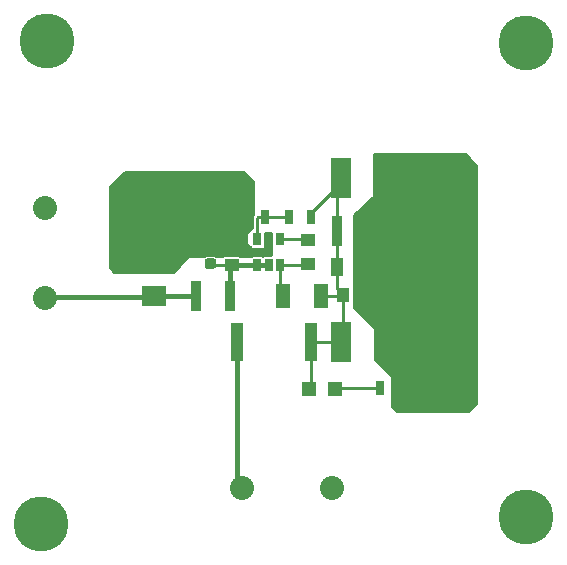
<source format=gbr>
G04 #@! TF.GenerationSoftware,KiCad,Pcbnew,5.0.2-bee76a0~70~ubuntu18.04.1*
G04 #@! TF.CreationDate,2019-02-11T23:41:55-05:00*
G04 #@! TF.ProjectId,New Buck Converter,4e657720-4275-4636-9b20-436f6e766572,rev?*
G04 #@! TF.SameCoordinates,Original*
G04 #@! TF.FileFunction,Copper,L1,Top*
G04 #@! TF.FilePolarity,Positive*
%FSLAX46Y46*%
G04 Gerber Fmt 4.6, Leading zero omitted, Abs format (unit mm)*
G04 Created by KiCad (PCBNEW 5.0.2-bee76a0~70~ubuntu18.04.1) date Mon 11 Feb 2019 11:41:55 PM EST*
%MOMM*%
%LPD*%
G01*
G04 APERTURE LIST*
G04 #@! TA.AperFunction,ComponentPad*
%ADD10C,2.032000*%
G04 #@! TD*
G04 #@! TA.AperFunction,SMDPad,CuDef*
%ADD11R,0.900000X2.500000*%
G04 #@! TD*
G04 #@! TA.AperFunction,SMDPad,CuDef*
%ADD12R,1.250000X1.000000*%
G04 #@! TD*
G04 #@! TA.AperFunction,Conductor*
%ADD13C,0.100000*%
G04 #@! TD*
G04 #@! TA.AperFunction,SMDPad,CuDef*
%ADD14C,0.875000*%
G04 #@! TD*
G04 #@! TA.AperFunction,SMDPad,CuDef*
%ADD15R,1.200000X2.000000*%
G04 #@! TD*
G04 #@! TA.AperFunction,SMDPad,CuDef*
%ADD16R,0.700000X1.300000*%
G04 #@! TD*
G04 #@! TA.AperFunction,SMDPad,CuDef*
%ADD17R,1.000000X3.200000*%
G04 #@! TD*
G04 #@! TA.AperFunction,SMDPad,CuDef*
%ADD18R,0.650000X1.060000*%
G04 #@! TD*
G04 #@! TA.AperFunction,SMDPad,CuDef*
%ADD19R,1.000000X1.600000*%
G04 #@! TD*
G04 #@! TA.AperFunction,SMDPad,CuDef*
%ADD20R,1.780000X3.500000*%
G04 #@! TD*
G04 #@! TA.AperFunction,SMDPad,CuDef*
%ADD21R,1.000000X1.250000*%
G04 #@! TD*
G04 #@! TA.AperFunction,SMDPad,CuDef*
%ADD22R,2.159000X1.778000*%
G04 #@! TD*
G04 #@! TA.AperFunction,SMDPad,CuDef*
%ADD23R,1.200000X1.200000*%
G04 #@! TD*
G04 #@! TA.AperFunction,ComponentPad*
%ADD24C,4.648200*%
G04 #@! TD*
G04 #@! TA.AperFunction,ViaPad*
%ADD25C,0.800000*%
G04 #@! TD*
G04 #@! TA.AperFunction,Conductor*
%ADD26C,0.254000*%
G04 #@! TD*
G04 #@! TA.AperFunction,Conductor*
%ADD27C,0.250000*%
G04 #@! TD*
G04 #@! TA.AperFunction,Conductor*
%ADD28C,0.381000*%
G04 #@! TD*
G04 #@! TA.AperFunction,Conductor*
%ADD29C,0.152400*%
G04 #@! TD*
G04 APERTURE END LIST*
D10*
G04 #@! TO.P,J1,2*
G04 #@! TO.N,/12V*
X107734100Y-105895140D03*
G04 #@! TO.P,J1,1*
G04 #@! TO.N,GND*
X107734100Y-98275140D03*
G04 #@! TD*
G04 #@! TO.P,J2,2*
G04 #@! TO.N,/5V*
X124409200Y-121909840D03*
G04 #@! TO.P,J2,1*
G04 #@! TO.N,GND*
X132029200Y-121909840D03*
G04 #@! TD*
D11*
G04 #@! TO.P,COUT4,1*
G04 #@! TO.N,Net-(COUT1-Pad1)*
X132458800Y-100203000D03*
G04 #@! TO.P,COUT4,2*
G04 #@! TO.N,GND*
X135358800Y-100203000D03*
G04 #@! TD*
D12*
G04 #@! TO.P,C1,2*
G04 #@! TO.N,Net-(C1-Pad2)*
X129971800Y-100981000D03*
G04 #@! TO.P,C1,1*
G04 #@! TO.N,Net-(C1-Pad1)*
X129971800Y-102981000D03*
G04 #@! TD*
G04 #@! TO.P,C2,1*
G04 #@! TO.N,Net-(C2-Pad1)*
X123558300Y-103060500D03*
G04 #@! TO.P,C2,2*
G04 #@! TO.N,GND*
X123558300Y-101060500D03*
G04 #@! TD*
D13*
G04 #@! TO.N,Net-(C2-Pad1)*
G04 #@! TO.C,C3*
G36*
X122030051Y-102502233D02*
X122051286Y-102505383D01*
X122072110Y-102510599D01*
X122092322Y-102517831D01*
X122111728Y-102527010D01*
X122130141Y-102538046D01*
X122147384Y-102550834D01*
X122163290Y-102565250D01*
X122177706Y-102581156D01*
X122190494Y-102598399D01*
X122201530Y-102616812D01*
X122210709Y-102636218D01*
X122217941Y-102656430D01*
X122223157Y-102677254D01*
X122226307Y-102698489D01*
X122227360Y-102719930D01*
X122227360Y-103157430D01*
X122226307Y-103178871D01*
X122223157Y-103200106D01*
X122217941Y-103220930D01*
X122210709Y-103241142D01*
X122201530Y-103260548D01*
X122190494Y-103278961D01*
X122177706Y-103296204D01*
X122163290Y-103312110D01*
X122147384Y-103326526D01*
X122130141Y-103339314D01*
X122111728Y-103350350D01*
X122092322Y-103359529D01*
X122072110Y-103366761D01*
X122051286Y-103371977D01*
X122030051Y-103375127D01*
X122008610Y-103376180D01*
X121496110Y-103376180D01*
X121474669Y-103375127D01*
X121453434Y-103371977D01*
X121432610Y-103366761D01*
X121412398Y-103359529D01*
X121392992Y-103350350D01*
X121374579Y-103339314D01*
X121357336Y-103326526D01*
X121341430Y-103312110D01*
X121327014Y-103296204D01*
X121314226Y-103278961D01*
X121303190Y-103260548D01*
X121294011Y-103241142D01*
X121286779Y-103220930D01*
X121281563Y-103200106D01*
X121278413Y-103178871D01*
X121277360Y-103157430D01*
X121277360Y-102719930D01*
X121278413Y-102698489D01*
X121281563Y-102677254D01*
X121286779Y-102656430D01*
X121294011Y-102636218D01*
X121303190Y-102616812D01*
X121314226Y-102598399D01*
X121327014Y-102581156D01*
X121341430Y-102565250D01*
X121357336Y-102550834D01*
X121374579Y-102538046D01*
X121392992Y-102527010D01*
X121412398Y-102517831D01*
X121432610Y-102510599D01*
X121453434Y-102505383D01*
X121474669Y-102502233D01*
X121496110Y-102501180D01*
X122008610Y-102501180D01*
X122030051Y-102502233D01*
X122030051Y-102502233D01*
G37*
D14*
G04 #@! TD*
G04 #@! TO.P,C3,1*
G04 #@! TO.N,Net-(C2-Pad1)*
X121752360Y-102938680D03*
D13*
G04 #@! TO.N,GND*
G04 #@! TO.C,C3*
G36*
X122030051Y-100927233D02*
X122051286Y-100930383D01*
X122072110Y-100935599D01*
X122092322Y-100942831D01*
X122111728Y-100952010D01*
X122130141Y-100963046D01*
X122147384Y-100975834D01*
X122163290Y-100990250D01*
X122177706Y-101006156D01*
X122190494Y-101023399D01*
X122201530Y-101041812D01*
X122210709Y-101061218D01*
X122217941Y-101081430D01*
X122223157Y-101102254D01*
X122226307Y-101123489D01*
X122227360Y-101144930D01*
X122227360Y-101582430D01*
X122226307Y-101603871D01*
X122223157Y-101625106D01*
X122217941Y-101645930D01*
X122210709Y-101666142D01*
X122201530Y-101685548D01*
X122190494Y-101703961D01*
X122177706Y-101721204D01*
X122163290Y-101737110D01*
X122147384Y-101751526D01*
X122130141Y-101764314D01*
X122111728Y-101775350D01*
X122092322Y-101784529D01*
X122072110Y-101791761D01*
X122051286Y-101796977D01*
X122030051Y-101800127D01*
X122008610Y-101801180D01*
X121496110Y-101801180D01*
X121474669Y-101800127D01*
X121453434Y-101796977D01*
X121432610Y-101791761D01*
X121412398Y-101784529D01*
X121392992Y-101775350D01*
X121374579Y-101764314D01*
X121357336Y-101751526D01*
X121341430Y-101737110D01*
X121327014Y-101721204D01*
X121314226Y-101703961D01*
X121303190Y-101685548D01*
X121294011Y-101666142D01*
X121286779Y-101645930D01*
X121281563Y-101625106D01*
X121278413Y-101603871D01*
X121277360Y-101582430D01*
X121277360Y-101144930D01*
X121278413Y-101123489D01*
X121281563Y-101102254D01*
X121286779Y-101081430D01*
X121294011Y-101061218D01*
X121303190Y-101041812D01*
X121314226Y-101023399D01*
X121327014Y-101006156D01*
X121341430Y-100990250D01*
X121357336Y-100975834D01*
X121374579Y-100963046D01*
X121392992Y-100952010D01*
X121412398Y-100942831D01*
X121432610Y-100935599D01*
X121453434Y-100930383D01*
X121474669Y-100927233D01*
X121496110Y-100926180D01*
X122008610Y-100926180D01*
X122030051Y-100927233D01*
X122030051Y-100927233D01*
G37*
D14*
G04 #@! TD*
G04 #@! TO.P,C3,2*
G04 #@! TO.N,GND*
X121752360Y-101363680D03*
D11*
G04 #@! TO.P,F1,2*
G04 #@! TO.N,/12V*
X120520800Y-105727500D03*
G04 #@! TO.P,F1,1*
G04 #@! TO.N,Net-(C2-Pad1)*
X123420800Y-105727500D03*
G04 #@! TD*
D15*
G04 #@! TO.P,L1,1*
G04 #@! TO.N,Net-(C1-Pad1)*
X127876700Y-105666540D03*
G04 #@! TO.P,L1,2*
G04 #@! TO.N,Net-(COUT1-Pad1)*
X131076700Y-105666540D03*
G04 #@! TD*
D16*
G04 #@! TO.P,R1,1*
G04 #@! TO.N,Net-(COUT1-Pad1)*
X130294420Y-98978720D03*
G04 #@! TO.P,R1,2*
G04 #@! TO.N,Net-(R1-Pad2)*
X128394420Y-98978720D03*
G04 #@! TD*
G04 #@! TO.P,R2,2*
G04 #@! TO.N,GND*
X124508220Y-98963480D03*
G04 #@! TO.P,R2,1*
G04 #@! TO.N,Net-(R1-Pad2)*
X126408220Y-98963480D03*
G04 #@! TD*
G04 #@! TO.P,R3,1*
G04 #@! TO.N,Net-(D1-Pad1)*
X136108360Y-113484660D03*
G04 #@! TO.P,R3,2*
G04 #@! TO.N,GND*
X138008360Y-113484660D03*
G04 #@! TD*
D17*
G04 #@! TO.P,R4,1*
G04 #@! TO.N,Net-(COUT1-Pad1)*
X130228200Y-109606080D03*
G04 #@! TO.P,R4,2*
G04 #@! TO.N,/5V*
X124028200Y-109606080D03*
G04 #@! TD*
D18*
G04 #@! TO.P,U1,1*
G04 #@! TO.N,Net-(C1-Pad2)*
X127627600Y-100865800D03*
G04 #@! TO.P,U1,2*
G04 #@! TO.N,GND*
X126677600Y-100865800D03*
G04 #@! TO.P,U1,3*
G04 #@! TO.N,Net-(R1-Pad2)*
X125727600Y-100865800D03*
G04 #@! TO.P,U1,4*
G04 #@! TO.N,Net-(C2-Pad1)*
X125727600Y-103065800D03*
G04 #@! TO.P,U1,6*
G04 #@! TO.N,Net-(C1-Pad1)*
X127627600Y-103065800D03*
G04 #@! TO.P,U1,5*
G04 #@! TO.N,Net-(C2-Pad1)*
X126677600Y-103065800D03*
G04 #@! TD*
D19*
G04 #@! TO.P,COUT1,1*
G04 #@! TO.N,Net-(COUT1-Pad1)*
X132448300Y-103251000D03*
G04 #@! TO.P,COUT1,2*
G04 #@! TO.N,GND*
X135448300Y-103251000D03*
G04 #@! TD*
D20*
G04 #@! TO.P,COUT2,1*
G04 #@! TO.N,Net-(COUT1-Pad1)*
X132829300Y-109601000D03*
G04 #@! TO.P,COUT2,2*
G04 #@! TO.N,GND*
X138109300Y-109601000D03*
G04 #@! TD*
D21*
G04 #@! TO.P,COUT3,1*
G04 #@! TO.N,Net-(COUT1-Pad1)*
X132972300Y-105600500D03*
G04 #@! TO.P,COUT3,2*
G04 #@! TO.N,GND*
X134972300Y-105600500D03*
G04 #@! TD*
D20*
G04 #@! TO.P,COUT5,2*
G04 #@! TO.N,GND*
X138109300Y-95694500D03*
G04 #@! TO.P,COUT5,1*
G04 #@! TO.N,Net-(COUT1-Pad1)*
X132829300Y-95694500D03*
G04 #@! TD*
D22*
G04 #@! TO.P,D2,2*
G04 #@! TO.N,GND*
X116954300Y-101663500D03*
G04 #@! TO.P,D2,1*
G04 #@! TO.N,/12V*
X116954300Y-105727500D03*
G04 #@! TD*
D23*
G04 #@! TO.P,D1,2*
G04 #@! TO.N,Net-(COUT1-Pad1)*
X130121660Y-113540540D03*
G04 #@! TO.P,D1,1*
G04 #@! TO.N,Net-(D1-Pad1)*
X132321660Y-113540540D03*
G04 #@! TD*
D24*
G04 #@! TO.P,REF\002A\002A,1*
G04 #@! TO.N,N/C*
X107900000Y-84100000D03*
G04 #@! TD*
G04 #@! TO.P,REF\002A\002A,1*
G04 #@! TO.N,N/C*
X148500000Y-84300000D03*
G04 #@! TD*
G04 #@! TO.P,REF\002A\002A,1*
G04 #@! TO.N,N/C*
X148500000Y-124400000D03*
G04 #@! TD*
G04 #@! TO.P,REF\002A\002A,1*
G04 #@! TO.N,N/C*
X107400000Y-125000000D03*
G04 #@! TD*
D25*
G04 #@! TO.N,GND*
X142849600Y-98732340D03*
X143019780Y-108399580D03*
X142984220Y-101693980D03*
X142984220Y-105064560D03*
X143019780Y-113235740D03*
X143019780Y-111135160D03*
X123705620Y-96205040D03*
X120876060Y-96192340D03*
X117906800Y-96230440D03*
X114752120Y-96230440D03*
X114688620Y-98028760D03*
X114675920Y-100909120D03*
X143035020Y-94940120D03*
X140154660Y-114589560D03*
G04 #@! TD*
D26*
G04 #@! TO.N,Net-(C1-Pad2)*
X129856600Y-100865800D02*
X129971800Y-100981000D01*
X127627600Y-100865800D02*
X129856600Y-100865800D01*
G04 #@! TO.N,Net-(C1-Pad1)*
X129887000Y-103065800D02*
X129971800Y-102981000D01*
X127627600Y-103065800D02*
X129887000Y-103065800D01*
D27*
X127627600Y-105417440D02*
X127876700Y-105666540D01*
X127627600Y-103065800D02*
X127627600Y-105417440D01*
D28*
G04 #@! TO.N,Net-(C2-Pad1)*
X123420800Y-103198000D02*
X123558300Y-103060500D01*
X123420800Y-105727500D02*
X123420800Y-103198000D01*
X125722300Y-103060500D02*
X125727600Y-103065800D01*
X123558300Y-103060500D02*
X125722300Y-103060500D01*
X125727600Y-103065800D02*
X126677600Y-103065800D01*
D27*
X121874180Y-103060500D02*
X121752360Y-102938680D01*
X123558300Y-103060500D02*
X121874180Y-103060500D01*
G04 #@! TO.N,GND*
X138109300Y-95694500D02*
X139249300Y-95694500D01*
X139249300Y-95694500D02*
X142704260Y-99149460D01*
X142704260Y-99149460D02*
X141845180Y-98290380D01*
X141845180Y-98290380D02*
X141845180Y-100143160D01*
X141697960Y-100143160D02*
X139308840Y-97754040D01*
X141845180Y-100143160D02*
X141697960Y-100143160D01*
X142984220Y-101693980D02*
X142984220Y-105064560D01*
X140287140Y-98732340D02*
X142849600Y-98732340D01*
X138109300Y-96554500D02*
X140287140Y-98732340D01*
X138109300Y-95694500D02*
X138109300Y-96554500D01*
X143019780Y-113235740D02*
X143121380Y-113337340D01*
X138008360Y-113484660D02*
X142770860Y-113484660D01*
X142770860Y-113484660D02*
X143019780Y-113235740D01*
X143019780Y-108399580D02*
X143019780Y-111135160D01*
X143019780Y-111135160D02*
X143019780Y-113235740D01*
D28*
X124508220Y-98963480D02*
X124508220Y-97007640D01*
X124508220Y-97007640D02*
X123705620Y-96205040D01*
X120876060Y-96192340D02*
X117944900Y-96192340D01*
X117944900Y-96192340D02*
X117906800Y-96230440D01*
X114752120Y-96230440D02*
X114752120Y-97965260D01*
X114752120Y-97965260D02*
X114688620Y-98028760D01*
X116199920Y-100909120D02*
X116954300Y-101663500D01*
X114675920Y-100909120D02*
X116199920Y-100909120D01*
X138109300Y-95694500D02*
X142280640Y-95694500D01*
X142280640Y-95694500D02*
X143035020Y-94940120D01*
X138008360Y-113484660D02*
X139049760Y-113484660D01*
X139049760Y-113484660D02*
X140154660Y-114589560D01*
G04 #@! TO.N,/5V*
X124028200Y-121541540D02*
X124414280Y-121927620D01*
X124028200Y-109606080D02*
X124028200Y-121541540D01*
G04 #@! TO.N,/12V*
X116954300Y-105727500D02*
X120520800Y-105727500D01*
X116906660Y-105775140D02*
X116954300Y-105727500D01*
X107724100Y-105775140D02*
X116906660Y-105775140D01*
D27*
G04 #@! TO.N,Net-(R1-Pad2)*
X125808220Y-98963480D02*
X126408220Y-98963480D01*
X125727600Y-99044100D02*
X125808220Y-98963480D01*
X125727600Y-100865800D02*
X125727600Y-99044100D01*
X128379180Y-98963480D02*
X128394420Y-98978720D01*
X126408220Y-98963480D02*
X128379180Y-98963480D01*
D26*
G04 #@! TO.N,Net-(COUT1-Pad1)*
X132448300Y-97762000D02*
X132448300Y-100203000D01*
X132448300Y-95758000D02*
X132448300Y-97762000D01*
X132448300Y-101707000D02*
X132448300Y-103251000D01*
X132448300Y-100203000D02*
X132448300Y-101707000D01*
D27*
X132829300Y-96143840D02*
X132829300Y-95694500D01*
X130294420Y-98678720D02*
X132829300Y-96143840D01*
X130294420Y-98978720D02*
X130294420Y-98678720D01*
X130233280Y-109601000D02*
X130228200Y-109606080D01*
X132829300Y-109601000D02*
X130233280Y-109601000D01*
X130228200Y-113395540D02*
X130116220Y-113507520D01*
X130228200Y-109606080D02*
X130228200Y-113395540D01*
X132448300Y-105054400D02*
X132971540Y-105577640D01*
X132448300Y-103251000D02*
X132448300Y-105054400D01*
X132882640Y-105666540D02*
X132971540Y-105577640D01*
X131076700Y-105666540D02*
X132882640Y-105666540D01*
X132971540Y-109458760D02*
X132829300Y-109601000D01*
X132971540Y-105577640D02*
X132971540Y-109458760D01*
G04 #@! TO.N,Net-(D1-Pad1)*
X136085500Y-113507520D02*
X136108360Y-113484660D01*
X132316220Y-113507520D02*
X136085500Y-113507520D01*
G04 #@! TD*
D29*
G04 #@! TO.N,GND*
G36*
X144343120Y-94671964D02*
X144343120Y-114794216D01*
X143610516Y-115526820D01*
X137537004Y-115526820D01*
X137116820Y-115106636D01*
X137116820Y-112605820D01*
X137111020Y-112576660D01*
X137094502Y-112551938D01*
X136528368Y-111985804D01*
X135648700Y-111086312D01*
X135648700Y-108478320D01*
X135642900Y-108449160D01*
X135626382Y-108424438D01*
X133941820Y-106739876D01*
X133941820Y-98803744D01*
X134564936Y-98227056D01*
X135545184Y-97330612D01*
X135562789Y-97306652D01*
X135569960Y-97274380D01*
X135569960Y-93924245D01*
X135574320Y-93917720D01*
X135580120Y-93888560D01*
X135580120Y-93705680D01*
X143376836Y-93705680D01*
X144343120Y-94671964D01*
X144343120Y-94671964D01*
G37*
X144343120Y-94671964D02*
X144343120Y-114794216D01*
X143610516Y-115526820D01*
X137537004Y-115526820D01*
X137116820Y-115106636D01*
X137116820Y-112605820D01*
X137111020Y-112576660D01*
X137094502Y-112551938D01*
X136528368Y-111985804D01*
X135648700Y-111086312D01*
X135648700Y-108478320D01*
X135642900Y-108449160D01*
X135626382Y-108424438D01*
X133941820Y-106739876D01*
X133941820Y-98803744D01*
X134564936Y-98227056D01*
X135545184Y-97330612D01*
X135562789Y-97306652D01*
X135569960Y-97274380D01*
X135569960Y-93924245D01*
X135574320Y-93917720D01*
X135580120Y-93888560D01*
X135580120Y-93705680D01*
X143376836Y-93705680D01*
X144343120Y-94671964D01*
G36*
X125478540Y-96051184D02*
X125478540Y-98785247D01*
X125472670Y-98789169D01*
X125417448Y-98871813D01*
X125394516Y-98906133D01*
X125367074Y-99044100D01*
X125374001Y-99078926D01*
X125374000Y-99958476D01*
X124886178Y-100446298D01*
X124869660Y-100471020D01*
X124863860Y-100500180D01*
X124863860Y-101213920D01*
X124869660Y-101243080D01*
X124886178Y-101267802D01*
X125282418Y-101664042D01*
X125307140Y-101680560D01*
X125336300Y-101686360D01*
X126286260Y-101686360D01*
X126315420Y-101680560D01*
X126340142Y-101664042D01*
X126356660Y-101639320D01*
X126362460Y-101610160D01*
X126362460Y-101442520D01*
X126360185Y-101424039D01*
X126359920Y-101422979D01*
X126359920Y-100373180D01*
X126966980Y-100373180D01*
X126966980Y-102246616D01*
X126910874Y-102302722D01*
X126352600Y-102302722D01*
X126263405Y-102320464D01*
X126220249Y-102349300D01*
X126184951Y-102349300D01*
X126141795Y-102320464D01*
X126052600Y-102302722D01*
X125402600Y-102302722D01*
X125313405Y-102320464D01*
X125270249Y-102349300D01*
X124278685Y-102349300D01*
X124272495Y-102345164D01*
X124183300Y-102327422D01*
X122933300Y-102327422D01*
X122844105Y-102345164D01*
X122837915Y-102349300D01*
X122251566Y-102349300D01*
X122181517Y-102302495D01*
X122008610Y-102268102D01*
X121496110Y-102268102D01*
X121323203Y-102302495D01*
X121253154Y-102349300D01*
X120015000Y-102349300D01*
X119985840Y-102355100D01*
X119961118Y-102371618D01*
X118624536Y-103708200D01*
X113610204Y-103708200D01*
X113202720Y-103300716D01*
X113202720Y-96480444D01*
X114522064Y-95161100D01*
X124588456Y-95161100D01*
X125478540Y-96051184D01*
X125478540Y-96051184D01*
G37*
X125478540Y-96051184D02*
X125478540Y-98785247D01*
X125472670Y-98789169D01*
X125417448Y-98871813D01*
X125394516Y-98906133D01*
X125367074Y-99044100D01*
X125374001Y-99078926D01*
X125374000Y-99958476D01*
X124886178Y-100446298D01*
X124869660Y-100471020D01*
X124863860Y-100500180D01*
X124863860Y-101213920D01*
X124869660Y-101243080D01*
X124886178Y-101267802D01*
X125282418Y-101664042D01*
X125307140Y-101680560D01*
X125336300Y-101686360D01*
X126286260Y-101686360D01*
X126315420Y-101680560D01*
X126340142Y-101664042D01*
X126356660Y-101639320D01*
X126362460Y-101610160D01*
X126362460Y-101442520D01*
X126360185Y-101424039D01*
X126359920Y-101422979D01*
X126359920Y-100373180D01*
X126966980Y-100373180D01*
X126966980Y-102246616D01*
X126910874Y-102302722D01*
X126352600Y-102302722D01*
X126263405Y-102320464D01*
X126220249Y-102349300D01*
X126184951Y-102349300D01*
X126141795Y-102320464D01*
X126052600Y-102302722D01*
X125402600Y-102302722D01*
X125313405Y-102320464D01*
X125270249Y-102349300D01*
X124278685Y-102349300D01*
X124272495Y-102345164D01*
X124183300Y-102327422D01*
X122933300Y-102327422D01*
X122844105Y-102345164D01*
X122837915Y-102349300D01*
X122251566Y-102349300D01*
X122181517Y-102302495D01*
X122008610Y-102268102D01*
X121496110Y-102268102D01*
X121323203Y-102302495D01*
X121253154Y-102349300D01*
X120015000Y-102349300D01*
X119985840Y-102355100D01*
X119961118Y-102371618D01*
X118624536Y-103708200D01*
X113610204Y-103708200D01*
X113202720Y-103300716D01*
X113202720Y-96480444D01*
X114522064Y-95161100D01*
X124588456Y-95161100D01*
X125478540Y-96051184D01*
G04 #@! TD*
M02*

</source>
